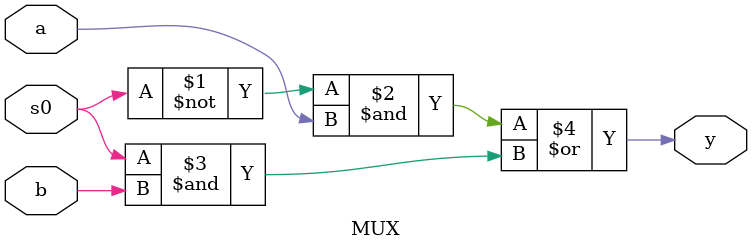
<source format=v>
`timescale 1ns / 1ps

module MUX(
    input a,b,s0,
    output y
    );
    
    assign y= (~(s0)& a) | (s0&b);
    
endmodule
</source>
